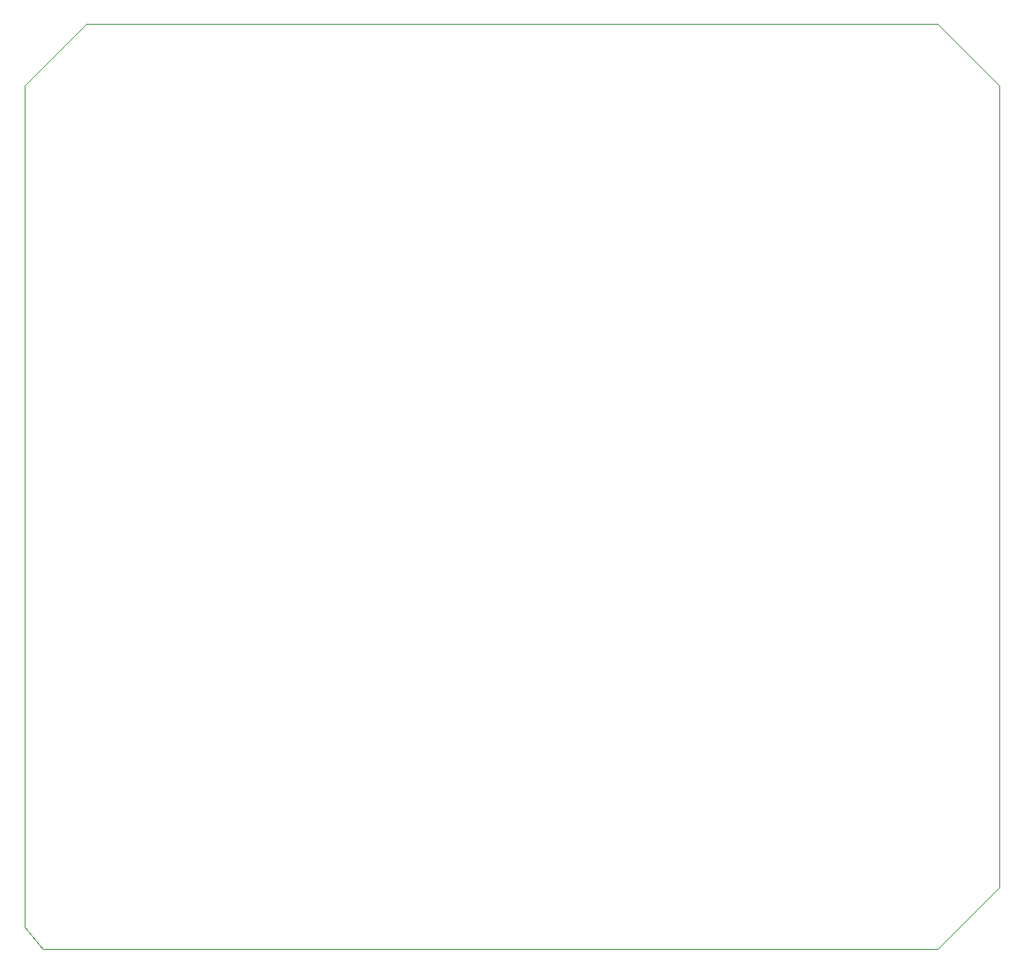
<source format=gm1>
G04 #@! TF.GenerationSoftware,KiCad,Pcbnew,9.0.0*
G04 #@! TF.CreationDate,2025-06-15T15:39:48+02:00*
G04 #@! TF.ProjectId,8-bit computer_Keypad_Module,382d6269-7420-4636-9f6d-70757465725f,rev?*
G04 #@! TF.SameCoordinates,Original*
G04 #@! TF.FileFunction,Profile,NP*
%FSLAX46Y46*%
G04 Gerber Fmt 4.6, Leading zero omitted, Abs format (unit mm)*
G04 Created by KiCad (PCBNEW 9.0.0) date 2025-06-15 15:39:48*
%MOMM*%
%LPD*%
G01*
G04 APERTURE LIST*
G04 #@! TA.AperFunction,Profile*
%ADD10C,0.050000*%
G04 #@! TD*
G04 APERTURE END LIST*
D10*
X114300000Y-45720000D02*
X201930000Y-45720000D01*
X201930000Y-140970000D02*
X114300000Y-140970000D01*
X208280000Y-134620000D02*
X201930000Y-140970000D01*
X107950000Y-52070000D02*
X114300000Y-45720000D01*
X208280000Y-52070000D02*
X208280000Y-134620000D01*
X107950000Y-138697966D02*
X109830020Y-140970000D01*
X201930000Y-45720000D02*
X208280000Y-52070000D01*
X114300000Y-140970000D02*
X109830020Y-140970000D01*
X107950000Y-134620000D02*
X107950000Y-52070000D01*
X107950000Y-134620000D02*
X107950000Y-138697966D01*
M02*

</source>
